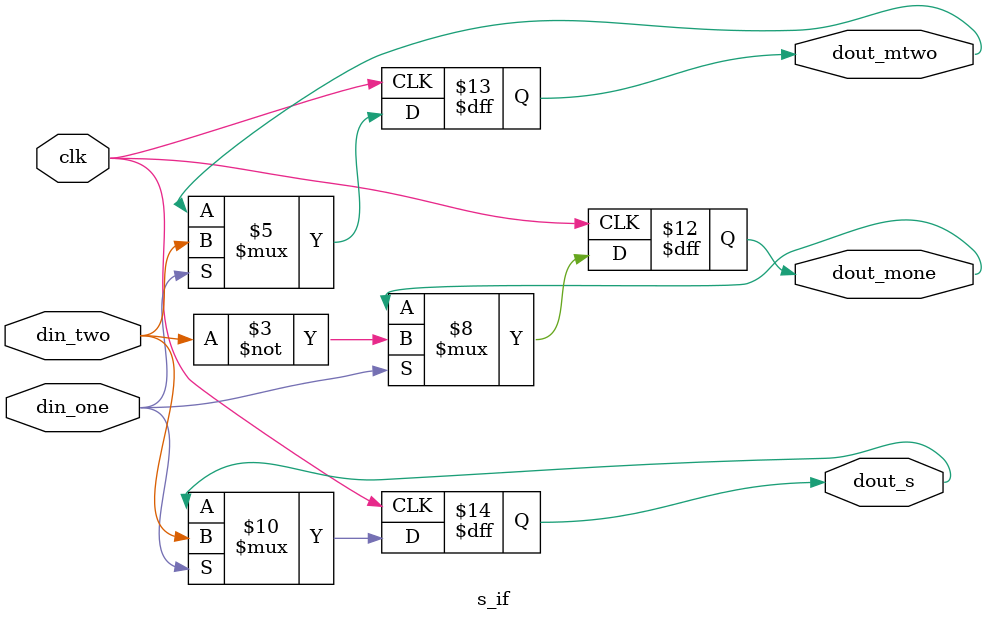
<source format=v>
`timescale 1ns/1ns

module s_if( 
    input clk,
    input din_one,
    input din_two,    
    
    output reg dout_s, 
    output reg dout_mone, 
    output reg dout_mtwo    
    );    
    
    //·ÖÖ§ÄÚÖ»ÓÐÒ»ÌõË³ÐòÓï¾ä
    always @(posedge clk)
    begin
        if(din_one)
            dout_s <= din_two;
    end
    
    //·ÖÖ§ÄÚ¶àÌõË³ÐòÓï¾ä
    always @(posedge clk)
    begin
        if(din_one)
        begin
            dout_mone = ~din_two;
            dout_mtwo = din_two;
        end
    end
        
endmodule
// END OF s_if.v FILE ***************************************************

    
   

</source>
